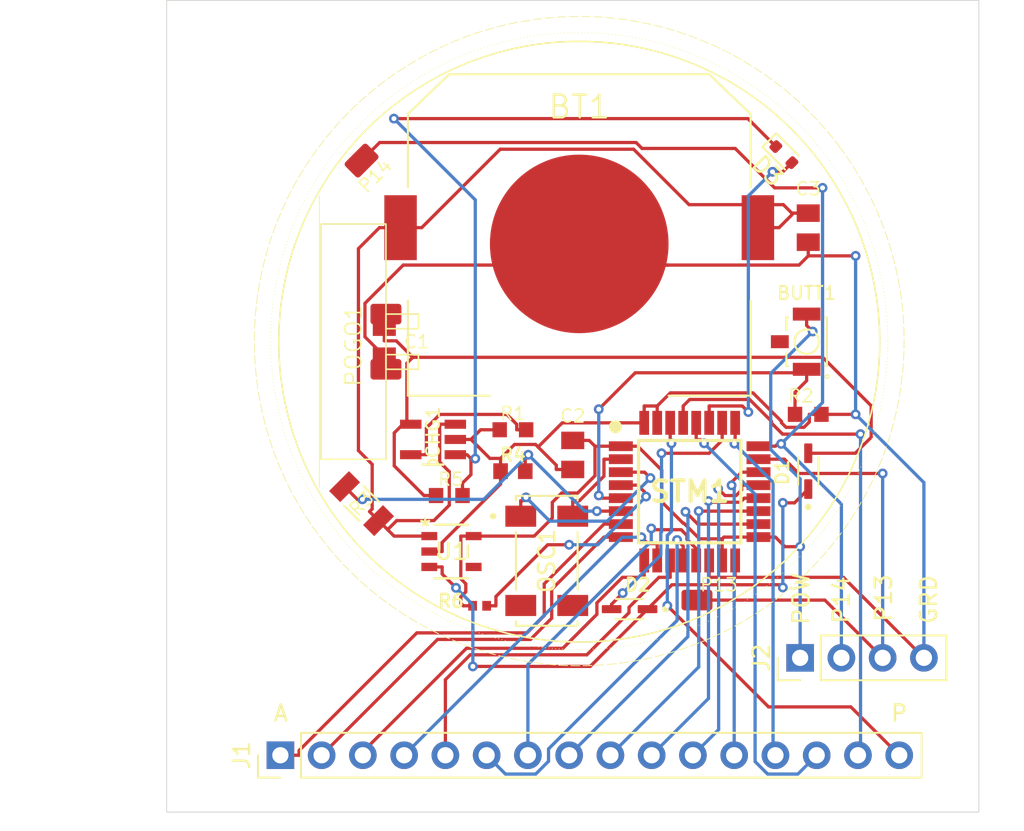
<source format=kicad_pcb>
(kicad_pcb (version 20241229) (generator "pcbnew") (generator_version "9.0")
  (layers (0 "F.Cu" signal) (2 "B.Cu" signal) (13 "F.Paste" user) (15 "B.Paste" user) (5 "F.SilkS" user "F.Silkscreen") (7 "B.SilkS" user "B.Silkscreen") (1 "F.Mask" user) (3 "B.Mask" user) (25 "Edge.Cuts" user))
  (net 0 "")
  (net 1 "Net-(CHG1-VBAT)")
  (net 2 "Net-(U1-EN)")
  (net 3 "F")
  (net 4 "B")
  (net 5 "A")
  (net 6 "N")
  (net 7 "O")
  (net 8 "D")
  (net 9 "E")
  (net 10 "H")
  (net 11 "L")
  (net 12 "J")
  (net 13 "C")
  (net 14 "G")
  (net 15 "M")
  (net 16 "K")
  (net 17 "I")
  (net 18 "P")
  (net 19 "Net-(CHG1-PROG)")
  (net 20 "Net-(STM1-PA0)")
  (net 21 "USB + ")
  (net 22 "STM_POW")
  (net 23 "Net-(STM1-PF0-OSC_IN)")
  (net 24 "Net-(CHG1-STAT)")
  (net 25 "Net-(STM1-PF1-OSC_OUT)")
  (net 27 "Net-(STM1-PB3)")
  (net 28 "Net-(STM1-PA1)")
  (net 30 "Net-(J2-Pin_2)")
  (net 31 "Net-(J2-Pin_3)")
  (net 32 "GNDREF")
  (net 35 "Net-(D3-A)")
  (net 36 "Net-(STM1-PG10-NRST)")
  (footprint "RN73H1JTTD5052F50:RN73H1JTTD5052F50" (layer "F.Cu") (at 194.8176 95.95 180)
    (property "Reference" "R1")
    (property "Value" "RN73H1JTTD5052F50")
  )
  (footprint "GRM21BC81E106ME51K:CAPC2012X140N" (layer "F.Cu") (at 198.5 97.5 -90)
    (property "Reference" "C2")
    (property "Value" "GRM21BC81E106ME51K")
  )
  (footprint "B3U_1100P:SW_B3U-1100P" (layer "F.Cu") (at 212.9 90.524 -90)
    (property "Reference" "BUTT1")
    (property "Value" "B3U-1100P")
  )
  (footprint "GRM21BC81E106ME51K:CAPC2012X140N" (layer "F.Cu") (at 213 83.5 -90)
    (property "Reference" "C3")
    (property "Value" "GRM21BC81E106ME51K")
  )
  (footprint "RC1206FR_07120KL:RC1206FR_07120KL" (layer "F.Cu") (at 185.5 100.5 135)
    (property "Reference" "R3")
    (property "Value" "RC1206FR-07120KL")
  )
  (footprint "STM32G431KBT6:QFP80P900X900X160-32N" (layer "F.Cu") (at 205.7 99.762)
    (property "Reference" "STM1")
    (property "Value" "STM32G431KBT6" (hide yes))
  )
  (footprint "WL-SMCC_0402:Untitled" (layer "F.Cu") (at 180 90.524)
    (property "Reference" "POGO1")
    (property "Value" "~")
  )
  (footprint "MC-306_32.7680K-E0_PURE_SN:MC-306_32.7680K-E0_PURE_SN" (layer "F.Cu") (at 196.9 104.024)
    (property "Reference" "OSC1")
    (property "Value" "MC-306_32.7680K-E0_PURE_SN")
  )
  (footprint "RMCF0603FT300K:RMCF0603FT300K" (layer "F.Cu") (at 194.8176 98.5 180)
    (property "Reference" "R4")
    (property "Value" "RMCF0603FT300K")
  )
  (footprint "BAS3010A03WE6327HTSA1:SOD2513X110N" (layer "F.Cu") (at 213 98.5 90)
    (property "Reference" "D1")
    (property "Value" "BAS3010A03WE6327HTSA1")
  )
  (footprint "GRM21BC81E106ME51K:CAPC2012X140N" (layer "F.Cu") (at 186.9 90.524 -90)
    (property "Reference" "C1")
    (property "Value" "GRM21BC81E106ME51K")
  )
  (footprint "Connector_PinHeader_2.54mm:PinHeader_1x16_P2.54mm_Vertical" (layer "F.Cu") (at 180.5 116 90)
    (property "Reference" "J1")
    (property "Value" "Conn_01x16")
  )
  (footprint "RN73H1JTTD5052F50:RN73H1JTTD5052F50" (layer "F.Cu") (at 190.9 100 180)
    (property "Reference" "R5")
    (property "Value" "RN73H1JTTD5052F50")
  )
  (footprint "TPS7A0230PDBVR:TPS7A0230PDBVR" (layer "F.Cu") (at 191.0348 103.45)
    (property "Reference" "U1")
    (property "Value" "TPS7A0230PDBVR")
  )
  (footprint "RN73H1JTTD5052F50:RN73H1JTTD5052F50" (layer "F.Cu") (at 213 95)
    (property "Reference" "R2")
    (property "Value" "RN73H1JTTD5052F50")
  )
  (footprint "BAT-HLD-003-SMT:BAT_BAT-HLD-003-SMT_CUT" (layer "F.Cu") (at 198.9 84.6)
    (property "Reference" "BT1")
    (property "Value" "BAT-HLD-003-SMT")
  )
  (footprint "Connector_PinHeader_2.54mm:PinHeader_1x04_P2.54mm_Vertical" (layer "F.Cu") (at 212.5 110 90)
    (property "Reference" "J2")
    (property "Value" "Conn_01x04")
  )
  (footprint "MCP73832T_2ACI_OT:SOT95P270X145-5N" (layer "F.Cu") (at 189.9 96.5467 180)
    (property "Reference" "CHG1")
    (property "Value" "MCP73832T-2ACI_OT")
  )
  (footprint "WL-SMCC_0402:PROGPAD" (layer "F.Cu") (at 185.1464 80.4271 45)
    (property "Reference" "P14")
    (property "Value" "~")
  )
  (footprint "WL-SMCC_0402:PROGPAD" (layer "F.Cu") (at 205.1488 106.9425)
    (property "Reference" "P13")
    (property "Value" "~")
  )
  (footprint "RC1005F103CS:RESC1005X40N" (layer "F.Cu") (at 192.7678 106.7937 180)
    (property "Reference" "R6")
    (property "Value" "RC1005F103CS")
  )
  (footprint "Diode_SMD:D_SOD-523" (layer "F.Cu") (at 211.5 79 -45)
    (property "Reference" "D3")
    (property "Value" "1N4148WT")
  )
  (footprint "BAS3010A03WE6327HTSA1:SOD2513X110N" (layer "F.Cu") (at 202 107 180)
    (property "Reference" "D2")
    (property "Value" "BAS3010A03WE6327HTSA1")
  )
  (gr_circle (center 198.9 90.4865) (end 217.9 90.4865) (stroke (width 0.05) (type dot)) (fill no) (layer "F.SilkS"))
  (gr_line (start 182.9 99.486565) (end 182.9 81.523877) (stroke (width 0.05)) (layer "F.SilkS"))
  (gr_circle (center 198.9 90.523965) (end 217.4 90.523965) (stroke (width 0.1)) (fill no) (layer "F.SilkS"))
  (gr_circle (center 198.9 90.4865) (end 214.9 78.4865) (stroke (width 0.05) (type dash)) (fill no) (layer "F.SilkS"))
  (gr_rect (start 173.5 69.5) (end 223.5 119.5) (stroke (width 0.05)) (fill no) (layer "Edge.Cuts"))
  (gr_text "GRD" (at 221 108 90) (layer "F.SilkS") (effects (font (size 1 1)) (justify left bottom)))
  (gr_text "A" (at 180 114 0) (layer "F.SilkS") (effects (font (size 1 1)) (justify left bottom)))
  (gr_text "P" (at 218 114 0) (layer "F.SilkS") (effects (font (size 1 1)) (justify left bottom)))
  (gr_text "P14" (at 215.618754 107.98161 90) (layer "F.SilkS") (effects (font (size 1 1)) (justify left bottom)))
  (gr_text "POW" (at 213.146794 108.049646 90) (layer "F.SilkS") (effects (font (size 1 1)) (justify left bottom)))
  (gr_text "P13" (at 218.226785 107.868218 90) (layer "F.SilkS") (effects (font (size 1 1)) (justify left bottom)))
  (segment (start 211.9883 82.605) (end 211.9883 82.7134) (width 0.2) (layer "F.Cu") (net 1))
  (segment (start 187.9 83.5) (end 186.5983 83.5) (width 0.2) (layer "F.Cu") (net 1))
  (segment (start 189.2017 83.5) (end 194.0353 78.6664) (width 0.2) (layer "F.Cu") (net 1))
  (segment (start 185.3066 84.7917) (end 186.5983 83.5) (width 0.2) (layer "F.Cu") (net 1))
  (segment (start 205.6618 82.0832) (end 211.468 82.0832) (width 0.2) (layer "F.Cu") (net 1))
  (segment (start 189.6696 102.5) (end 187.5 102.5) (width 0.2) (layer "F.Cu") (net 1))
  (segment (start 211.9898 82.605) (end 211.9883 82.605) (width 0.2) (layer "F.Cu") (net 1))
  (segment (start 187.5 102.5) (end 187.1028 102.1028) (width 0.2) (layer "F.Cu") (net 1))
  (segment (start 190.9 100.5962) (end 190.9 98.5293) (width 0.2) (layer "F.Cu") (net 1))
  (segment (start 213 82.605) (end 212.0892 82.605) (width 0.2) (layer "F.Cu") (net 1))
  (segment (start 186.1528 100.8276) (end 186.1528 98.0772) (width 0.2) (layer "F.Cu") (net 1))
  (segment (start 211.468 82.0832) (end 211.9898 82.605) (width 0.2) (layer "F.Cu") (net 1))
  (segment (start 211.9883 82.7134) (end 211.2017 83.5) (width 0.2) (layer "F.Cu") (net 1))
  (segment (start 186.5465 101.5465) (end 187.1028 102.1028) (width 0.2) (layer "F.Cu") (net 1))
  (segment (start 209.9 83.5) (end 211.2017 83.5) (width 0.2) (layer "F.Cu") (net 1))
  (segment (start 186.5465 101.5465) (end 185.9902 100.9902) (width 0.2) (layer "F.Cu") (net 1))
  (segment (start 189.9497 101.5465) (end 190.9 100.5962) (width 0.2) (layer "F.Cu") (net 1))
  (segment (start 191.2716 95.6069) (end 190.3095 95.6069) (width 0.2) (layer "F.Cu") (net 1))
  (segment (start 188.5509 83.5) (end 187.9 83.5) (width 0.2) (layer "F.Cu") (net 1))
  (segment (start 185.3066 97.231) (end 185.3066 84.7917) (width 0.2) (layer "F.Cu") (net 1))
  (segment (start 194.0353 78.6664) (end 202.245 78.6664) (width 0.2) (layer "F.Cu") (net 1))
  (segment (start 190.3095 97.9388) (end 190.3095 95.6069) (width 0.2) (layer "F.Cu") (net 1))
  (segment (start 190.9 98.5293) (end 190.3095 97.9388) (width 0.2) (layer "F.Cu") (net 1))
  (segment (start 185.9902 100.9902) (end 186.1528 100.8276) (width 0.2) (layer "F.Cu") (net 1))
  (segment (start 187.6591 101.5465) (end 189.9497 101.5465) (width 0.2) (layer "F.Cu") (net 1))
  (segment (start 212.0892 82.605) (end 211.9898 82.605) (width 0.2) (layer "F.Cu") (net 1))
  (segment (start 202.245 78.6664) (end 205.6618 82.0832) (width 0.2) (layer "F.Cu") (net 1))
  (segment (start 188.5509 83.5) (end 189.2017 83.5) (width 0.2) (layer "F.Cu") (net 1))
  (segment (start 186.1528 98.0772) (end 185.3066 97.231) (width 0.2) (layer "F.Cu") (net 1))
  (segment (start 187.1028 102.1028) (end 187.6591 101.5465) (width 0.2) (layer "F.Cu") (net 1))
  (segment (start 213 99.605) (end 212.1534 100.4516) (width 0.2) (layer "F.Cu") (net 2))
  (segment (start 190.4603 104.8335) (end 191.3138 105.687) (width 0.2) (layer "F.Cu") (net 2))
  (segment (start 190.4603 104.4) (end 190.4603 104.8335) (width 0.2) (layer "F.Cu") (net 2))
  (segment (start 204.6076 105.4974) (end 211.2661 105.4974) (width 0.2) (layer "F.Cu") (net 2))
  (segment (start 203.105 107) (end 204.6076 105.4974) (width 0.2) (layer "F.Cu") (net 2))
  (segment (start 192.3513 110.528) (end 199.577 110.528) (width 0.2) (layer "F.Cu") (net 2))
  (segment (start 199.577 110.528) (end 203.105 107) (width 0.2) (layer "F.Cu") (net 2))
  (segment (start 211.2661 105.4974) (end 211.4345 105.6658) (width 0.2) (layer "F.Cu") (net 2))
  (segment (start 189.6696 104.4) (end 190.4603 104.4) (width 0.2) (layer "F.Cu") (net 2))
  (segment (start 212.1534 100.4516) (end 211.4345 100.4516) (width 0.2) (layer "F.Cu") (net 2))
  (via (at 211.4345 100.4516) (size 0.6) (drill 0.3) (layers "F.Cu" "B.Cu") (net 2))
  (via (at 192.3513 110.528) (size 0.6) (drill 0.3) (layers "F.Cu" "B.Cu") (net 2))
  (via (at 191.3138 105.687) (size 0.6) (drill 0.3) (layers "F.Cu" "B.Cu") (net 2))
  (via (at 211.4345 105.6658) (size 0.6) (drill 0.3) (layers "F.Cu" "B.Cu") (net 2))
  (segment (start 191.3138 105.687) (end 192.3513 106.7245) (width 0.2) (layer "B.Cu") (net 2))
  (segment (start 211.4345 105.6658) (end 211.4345 100.4516) (width 0.2) (layer "B.Cu") (net 2))
  (segment (start 192.3513 106.7245) (end 192.3513 110.528) (width 0.2) (layer "B.Cu") (net 2))
  (segment (start 205.3 103.1139) (end 204.9259 102.7398) (width 0.2) (layer "F.Cu") (net 3))
  (segment (start 205.3 104) (end 205.3 103.1139) (width 0.2) (layer "F.Cu") (net 3))
  (via (at 204.9259 102.7398) (size 0.6) (drill 0.3) (layers "F.Cu" "B.Cu") (net 3))
  (segment (start 193.2 116) (end 194.3589 117.1589) (width 0.2) (layer "B.Cu") (net 3))
  (segment (start 197.01 115.6103) (end 204.9259 107.6944) (width 0.2) (layer "B.Cu") (net 3))
  (segment (start 194.3589 117.1589) (end 196.2219 117.1589) (width 0.2) (layer "B.Cu") (net 3))
  (segment (start 204.9259 107.6944) (end 204.9259 102.7398) (width 0.2) (layer "B.Cu") (net 3))
  (segment (start 196.2219 117.1589) (end 197.01 116.3708) (width 0.2) (layer "B.Cu") (net 3))
  (segment (start 197.01 116.3708) (end 197.01 115.6103) (width 0.2) (layer "B.Cu") (net 3))
  (segment (start 201.462 102.562) (end 200.4228 102.562) (width 0.2) (layer "F.Cu") (net 4))
  (segment (start 190.1759 108.8641) (end 183.04 116) (width 0.2) (layer "F.Cu") (net 4))
  (segment (start 195.9007 108.8641) (end 190.1759 108.8641) (width 0.2) (layer "F.Cu") (net 4))
  (segment (start 197.2051 105.7797) (end 197.2051 107.5597) (width 0.2) (layer "F.Cu") (net 4))
  (segment (start 197.2051 107.5597) (end 195.9007 108.8641) (width 0.2) (layer "F.Cu") (net 4))
  (segment (start 200.4228 102.562) (end 197.2051 105.7797) (width 0.2) (layer "F.Cu") (net 4))
  (segment (start 181.6517 115.7121) (end 188.9014 108.4624) (width 0.2) (layer "F.Cu") (net 5))
  (segment (start 196.745 105.4398) (end 200.4228 101.762) (width 0.2) (layer "F.Cu") (net 5))
  (segment (start 196.745 107.4032) (end 196.745 105.4398) (width 0.2) (layer "F.Cu") (net 5))
  (segment (start 181.6517 116) (end 181.6517 115.7121) (width 0.2) (layer "F.Cu") (net 5))
  (segment (start 195.6858 108.4624) (end 196.745 107.4032) (width 0.2) (layer "F.Cu") (net 5))
  (segment (start 201.462 101.762) (end 200.4228 101.762) (width 0.2) (layer "F.Cu") (net 5))
  (segment (start 180.5 116) (end 181.6517 116) (width 0.2) (layer "F.Cu") (net 5))
  (segment (start 188.9014 108.4624) (end 195.6858 108.4624) (width 0.2) (layer "F.Cu") (net 5))
  (segment (start 206.3682 96.5632) (end 206.5894 96.7844) (width 0.2) (layer "F.Cu") (net 6))
  (segment (start 206.1 95.524) (end 206.1 96.5632) (width 0.2) (layer "F.Cu") (net 6))
  (segment (start 206.1 96.5632) (end 206.3682 96.5632) (width 0.2) (layer "F.Cu") (net 6))
  (via (at 206.5894 96.7844) (size 0.6) (drill 0.3) (layers "F.Cu" "B.Cu") (net 6))
  (segment (start 210.4981 117.1589) (end 209.7267 116.3875) (width 0.2) (layer "B.Cu") (net 6))
  (segment (start 209.7267 99.9217) (end 206.5894 96.7844) (width 0.2) (layer "B.Cu") (net 6))
  (segment (start 213.52 116) (end 212.3611 117.1589) (width 0.2) (layer "B.Cu") (net 6))
  (segment (start 212.3611 117.1589) (end 210.4981 117.1589) (width 0.2) (layer "B.Cu") (net 6))
  (segment (start 209.7267 116.3875) (end 209.7267 99.9217) (width 0.2) (layer "B.Cu") (net 6))
  (segment (start 210.7348 95.5345) (end 210.7348 95.431) (width 0.2) (layer "F.Cu") (net 7))
  (segment (start 216.2185 96.2187) (end 211.419 96.2187) (width 0.2) (layer "F.Cu") (net 7))
  (segment (start 205.7017 94.0831) (end 205.3 94.4848) (width 0.2) (layer "F.Cu") (net 7))
  (segment (start 209.3869 94.0831) (end 205.7017 94.0831) (width 0.2) (layer "F.Cu") (net 7))
  (segment (start 210.7348 95.431) (end 209.3869 94.0831) (width 0.2) (layer "F.Cu") (net 7))
  (segment (start 211.419 96.2187) (end 210.7348 95.5345) (width 0.2) (layer "F.Cu") (net 7))
  (segment (start 205.3 95.524) (end 205.3 94.4848) (width 0.2) (layer "F.Cu") (net 7))
  (via (at 216.2185 96.2187) (size 0.6) (drill 0.3) (layers "F.Cu" "B.Cu") (net 7))
  (segment (start 216.2185 115.8415) (end 216.2185 96.2187) (width 0.2) (layer "B.Cu") (net 7))
  (segment (start 216.06 116) (end 216.2185 115.8415) (width 0.2) (layer "B.Cu") (net 7))
  (segment (start 203.7 104) (end 203.7 102.9608) (width 0.2) (layer "F.Cu") (net 8))
  (segment (start 203.7 102.9608) (end 203.1167 102.9608) (width 0.2) (layer "F.Cu") (net 8))
  (segment (start 203.1167 102.9608) (end 202.727 102.5711) (width 0.2) (layer "F.Cu") (net 8))
  (via (at 202.727 102.5711) (size 0.6) (drill 0.3) (layers "F.Cu" "B.Cu") (net 8))
  (segment (start 188.12 116) (end 201.5489 102.5711) (width 0.2) (layer "B.Cu") (net 8))
  (segment (start 201.5489 102.5711) (end 202.727 102.5711) (width 0.2) (layer "B.Cu") (net 8))
  (segment (start 201.9651 107.2168) (end 199.3685 109.8134) (width 0.2) (layer "F.Cu") (net 9))
  (segment (start 203.8092 105.0392) (end 201.9651 106.8833) (width 0.2) (layer "F.Cu") (net 9))
  (segment (start 192.1907 109.8134) (end 190.66 111.3441) (width 0.2) (layer "F.Cu") (net 9))
  (segment (start 201.9651 106.8833) (end 201.9651 107.2168) (width 0.2) (layer "F.Cu") (net 9))
  (segment (start 204.5 104) (end 204.5 105.0392) (width 0.2) (layer "F.Cu") (net 9))
  (segment (start 204.5 105.0392) (end 203.8092 105.0392) (width 0.2) (layer "F.Cu") (net 9))
  (segment (start 199.3685 109.8134) (end 192.1907 109.8134) (width 0.2) (layer "F.Cu") (net 9))
  (segment (start 190.66 111.3441) (end 190.66 116) (width 0.2) (layer "F.Cu") (net 9))
  (segment (start 206.2002 101.762) (end 209.938 101.762) (width 0.2) (layer "F.Cu") (net 10))
  (segment (start 205.4404 101.0022) (end 206.2002 101.762) (width 0.2) (layer "F.Cu") (net 10))
  (via (at 205.4404 101.0022) (size 0.6) (drill 0.3) (layers "F.Cu" "B.Cu") (net 10))
  (segment (start 205.591 108.689) (end 205.591 101.1528) (width 0.2) (layer "B.Cu") (net 10))
  (segment (start 205.591 101.1528) (end 205.4404 101.0022) (width 0.2) (layer "B.Cu") (net 10))
  (segment (start 198.28 116) (end 205.591 108.689) (width 0.2) (layer "B.Cu") (net 10))
  (segment (start 208.2794 99.1814) (end 208.2794 99.3726) (width 0.2) (layer "F.Cu") (net 11))
  (segment (start 209.938 98.562) (end 208.8988 98.562) (width 0.2) (layer "F.Cu") (net 11))
  (segment (start 208.8988 98.562) (end 208.2794 99.1814) (width 0.2) (layer "F.Cu") (net 11))
  (via (at 208.2794 99.3726) (size 0.6) (drill 0.3) (layers "F.Cu" "B.Cu") (net 11))
  (segment (start 208.44 116) (end 208.44 99.5332) (width 0.2) (layer "B.Cu") (net 11))
  (segment (start 208.44 99.5332) (end 208.2794 99.3726) (width 0.2) (layer "B.Cu") (net 11))
  (segment (start 206.9321 100.4131) (end 206.8585 100.3395) (width 0.2) (layer "F.Cu") (net 12))
  (segment (start 208.8148 100.4131) (end 206.9321 100.4131) (width 0.2) (layer "F.Cu") (net 12))
  (segment (start 209.938 100.162) (end 209.0659 100.162) (width 0.2) (layer "F.Cu") (net 12))
  (segment (start 209.0659 100.162) (end 208.8148 100.4131) (width 0.2) (layer "F.Cu") (net 12))
  (via (at 206.8585 100.3395) (size 0.6) (drill 0.3) (layers "F.Cu" "B.Cu") (net 12))
  (segment (start 206.8585 112.5015) (end 203.36 116) (width 0.2) (layer "B.Cu") (net 12))
  (segment (start 206.8585 100.3395) (end 206.8585 112.5015) (width 0.2) (layer "B.Cu") (net 12))
  (segment (start 199.9878 107.3158) (end 197.8919 109.4117) (width 0.2) (layer "F.Cu") (net 13))
  (segment (start 202.9 105.0392) (end 201.5637 105.0392) (width 0.2) (layer "F.Cu") (net 13))
  (segment (start 197.8919 109.4117) (end 191.9553 109.4117) (width 0.2) (layer "F.Cu") (net 13))
  (segment (start 201.5637 105.0392) (end 199.9878 106.6151) (width 0.2) (layer "F.Cu") (net 13))
  (segment (start 185.58 115.787) (end 185.58 116) (width 0.2) (layer "F.Cu") (net 13))
  (segment (start 191.9553 109.4117) (end 185.58 115.787) (width 0.2) (layer "F.Cu") (net 13))
  (segment (start 199.9878 106.6151) (end 199.9878 107.3158) (width 0.2) (layer "F.Cu") (net 13))
  (segment (start 202.9 104) (end 202.9 105.0392) (width 0.2) (layer "F.Cu") (net 13))
  (segment (start 203.4125 102.1065) (end 203.3345 102.0285) (width 0.2) (layer "F.Cu") (net 14))
  (segment (start 206.1 103.2673) (end 205.5276 102.6949) (width 0.2) (layer "F.Cu") (net 14))
  (segment (start 205.5276 102.6949) (end 205.5276 102.459) (width 0.2) (layer "F.Cu") (net 14))
  (segment (start 205.1751 102.1065) (end 203.4125 102.1065) (width 0.2) (layer "F.Cu") (net 14))
  (segment (start 206.1 104) (end 206.1 103.2673) (width 0.2) (layer "F.Cu") (net 14))
  (segment (start 205.5276 102.459) (end 205.1751 102.1065) (width 0.2) (layer "F.Cu") (net 14))
  (via (at 203.3345 102.0285) (size 0.6) (drill 0.3) (layers "F.Cu" "B.Cu") (net 14))
  (segment (start 203.3345 102.8151) (end 203.3345 102.0285) (width 0.2) (layer "B.Cu") (net 14))
  (segment (start 195.74 110.4096) (end 203.3345 102.8151) (width 0.2) (layer "B.Cu") (net 14))
  (segment (start 195.74 116) (end 195.74 110.4096) (width 0.2) (layer "B.Cu") (net 14))
  (segment (start 208.5 95.524) (end 208.5 96.7576) (width 0.2) (layer "F.Cu") (net 15))
  (segment (start 208.5 96.7576) (end 208.4539 96.8037) (width 0.2) (layer "F.Cu") (net 15))
  (via (at 208.4539 96.8037) (size 0.6) (drill 0.3) (layers "F.Cu" "B.Cu") (net 15))
  (segment (start 210.98 116) (end 210.8328 115.8528) (width 0.2) (layer "B.Cu") (net 15))
  (segment (start 210.8328 115.8528) (end 210.8328 99.1826) (width 0.2) (layer "B.Cu") (net 15))
  (segment (start 210.8328 99.1826) (end 208.4539 96.8037) (width 0.2) (layer "B.Cu") (net 15))
  (segment (start 208.5575 100.0022) (end 208.8988 99.6609) (width 0.2) (layer "F.Cu") (net 16))
  (segment (start 208.8988 99.6609) (end 208.8988 99.362) (width 0.2) (layer "F.Cu") (net 16))
  (segment (start 207.8698 100.0022) (end 208.5575 100.0022) (width 0.2) (layer "F.Cu") (net 16))
  (segment (start 209.938 99.362) (end 208.8988 99.362) (width 0.2) (layer "F.Cu") (net 16))
  (segment (start 207.4494 99.5818) (end 207.8698 100.0022) (width 0.2) (layer "F.Cu") (net 16))
  (via (at 207.4494 99.5818) (size 0.6) (drill 0.3) (layers "F.Cu" "B.Cu") (net 16))
  (segment (start 207.4825 114.4175) (end 207.4825 99.6149) (width 0.2) (layer "B.Cu") (net 16))
  (segment (start 205.9 116) (end 207.4825 114.4175) (width 0.2) (layer "B.Cu") (net 16))
  (segment (start 207.4825 99.6149) (end 207.4494 99.5818) (width 0.2) (layer "B.Cu") (net 16))
  (segment (start 206.2567 100.962) (end 209.938 100.962) (width 0.2) (layer "F.Cu") (net 17))
  (via (at 206.2567 100.962) (size 0.6) (drill 0.3) (layers "F.Cu" "B.Cu") (net 17))
  (segment (start 206.2567 110.5633) (end 206.2567 100.962) (width 0.2) (layer "B.Cu") (net 17))
  (segment (start 200.82 116) (end 206.2567 110.5633) (width 0.2) (layer "B.Cu") (net 17))
  (segment (start 204.5 96.709) (end 204.5773 96.7863) (width 0.2) (layer "F.Cu") (net 18))
  (segment (start 210.5572 113.022) (end 204.3242 106.789) (width 0.2) (layer "F.Cu") (net 18))
  (segment (start 204.5 95.524) (end 204.5 96.709) (width 0.2) (layer "F.Cu") (net 18))
  (segment (start 218.6 116) (end 215.622 113.022) (width 0.2) (layer "F.Cu") (net 18))
  (segment (start 215.622 113.022) (end 210.5572 113.022) (width 0.2) (layer "F.Cu") (net 18))
  (via (at 204.5773 96.7863) (size 0.6) (drill 0.3) (layers "F.Cu" "B.Cu") (net 18))
  (via (at 204.3242 106.789) (size 0.6) (drill 0.3) (layers "F.Cu" "B.Cu") (net 18))
  (segment (start 204.5773 102.206) (end 204.3242 102.4591) (width 0.2) (layer "B.Cu") (net 18))
  (segment (start 204.5773 96.7863) (end 204.5773 102.206) (width 0.2) (layer "B.Cu") (net 18))
  (segment (start 204.3242 102.4591) (end 204.3242 106.789) (width 0.2) (layer "B.Cu") (net 18))
  (segment (start 195.0512 95.6146) (end 195.0512 95.95) (width 0.2) (layer "F.Cu") (net 19))
  (segment (start 190.319 95.0041) (end 194.4407 95.0041) (width 0.2) (layer "F.Cu") (net 19))
  (segment (start 194.4407 95.0041) (end 195.0512 95.6146) (width 0.2) (layer "F.Cu") (net 19))
  (segment (start 188.5284 97.4865) (end 189.4905 97.4865) (width 0.2) (layer "F.Cu") (net 19))
  (segment (start 189.4905 95.8326) (end 190.319 95.0041) (width 0.2) (layer "F.Cu") (net 19))
  (segment (start 189.4905 97.4865) (end 189.4905 95.8326) (width 0.2) (layer "F.Cu") (net 19))
  (segment (start 195.6316 95.95) (end 195.0512 95.95) (width 0.2) (layer "F.Cu") (net 19))
  (segment (start 212.186 94.2333) (end 212.186 93.6397) (width 0.2) (layer "F.Cu") (net 20))
  (segment (start 200.2647 100.162) (end 200.1014 99.9987) (width 0.2) (layer "F.Cu") (net 20))
  (segment (start 202.3463 92.4401) (end 200.1014 94.685) (width 0.2) (layer "F.Cu") (net 20))
  (segment (start 212.9 92.224) (end 212.9 92.4401) (width 0.2) (layer "F.Cu") (net 20))
  (segment (start 212.9 92.4401) (end 212.9 92.9257) (width 0.2) (layer "F.Cu") (net 20))
  (segment (start 212.9 92.4401) (end 202.3463 92.4401) (width 0.2) (layer "F.Cu") (net 20))
  (segment (start 212.186 93.6397) (end 212.9 92.9257) (width 0.2) (layer "F.Cu") (net 20))
  (segment (start 212.186 95) (end 212.186 94.2333) (width 0.2) (layer "F.Cu") (net 20))
  (segment (start 201.462 100.162) (end 200.2647 100.162) (width 0.2) (layer "F.Cu") (net 20))
  (via (at 200.1014 94.685) (size 0.6) (drill 0.3) (layers "F.Cu" "B.Cu") (net 20))
  (via (at 200.1014 99.9987) (size 0.6) (drill 0.3) (layers "F.Cu" "B.Cu") (net 20))
  (segment (start 200.1014 94.685) (end 200.1014 99.9987) (width 0.2) (layer "B.Cu") (net 20))
  (segment (start 188.2879 95.6069) (end 188.2879 91.8509) (width 0.2) (layer "F.Cu") (net 21))
  (segment (start 216.8732 94.4702) (end 213.8895 91.4865) (width 0.2) (layer "F.Cu") (net 21))
  (segment (start 213 97.395) (end 215.8947 97.395) (width 0.2) (layer "F.Cu") (net 21))
  (segment (start 188.2879 95.6069) (end 188.0474 95.6069) (width 0.2) (layer "F.Cu") (net 21))
  (segment (start 215.8947 97.395) (end 216.8732 96.4165) (width 0.2) (layer "F.Cu") (net 21))
  (segment (start 187 88.824) (end 186.9 88.924) (width 0.2) (layer "F.Cu") (net 21))
  (segment (start 187.5117 98.1724) (end 189.3393 100) (width 0.2) (layer "F.Cu") (net 21))
  (segment (start 188.0474 95.6069) (end 187.5117 96.1426) (width 0.2) (layer "F.Cu") (net 21))
  (segment (start 188.6523 91.4865) (end 187.6365 90.4707) (width 0.2) (layer "F.Cu") (net 21))
  (segment (start 188.2879 91.8509) (end 188.6523 91.4865) (width 0.2) (layer "F.Cu") (net 21))
  (segment (start 188.5284 95.6069) (end 188.2879 95.6069) (width 0.2) (layer "F.Cu") (net 21))
  (segment (start 216.8732 96.4165) (end 216.8732 94.4702) (width 0.2) (layer "F.Cu") (net 21))
  (segment (start 187.6365 90.4707) (end 186.9 90.4707) (width 0.2) (layer "F.Cu") (net 21))
  (segment (start 186.9 89.629) (end 186.9 90.4707) (width 0.2) (layer "F.Cu") (net 21))
  (segment (start 186.9 88.924) (end 186.9 89.629) (width 0.2) (layer "F.Cu") (net 21))
  (segment (start 190.086 100) (end 189.3393 100) (width 0.2) (layer "F.Cu") (net 21))
  (segment (start 187.5117 96.1426) (end 187.5117 98.1724) (width 0.2) (layer "F.Cu") (net 21))
  (segment (start 213.8895 91.4865) (end 188.6523 91.4865) (width 0.2) (layer "F.Cu") (net 21))
  (segment (start 207.7 102.6697) (end 207.7 102.9608) (width 0.2) (layer "F.Cu") (net 22))
  (segment (start 201.462 96.962) (end 199.8687 96.962) (width 0.2) (layer "F.Cu") (net 22))
  (segment (start 203.9819 100.3945) (end 203.9819 98.4427) (width 0.2) (layer "F.Cu") (net 22))
  (segment (start 209.938 102.562) (end 207.8077 102.562) (width 0.2) (layer "F.Cu") (net 22))
  (segment (start 192.3358 106.7937) (end 191.7641 106.7937) (width 0.2) (layer "F.Cu") (net 22))
  (segment (start 199.8687 98.7831) (end 198.8074 99.8444) (width 0.2) (layer "F.Cu") (net 22))
  (segment (start 201.981 96.962) (end 202.5012 96.962) (width 0.2) (layer "F.Cu") (net 22))
  (segment (start 207.7 102.6697) (end 206.3063 102.6697) (width 0.2) (layer "F.Cu") (net 22))
  (segment (start 198.8074 99.8444) (end 197.8197 99.8444) (width 0.2) (layer "F.Cu") (net 22))
  (segment (start 203.9819 98.4427) (end 202.5012 96.962) (width 0.2) (layer "F.Cu") (net 22))
  (segment (start 197.2432 100.4209) (end 197.2432 101.3819) (width 0.2) (layer "F.Cu") (net 22))
  (segment (start 207.7 104) (end 207.7 102.9608) (width 0.2) (layer "F.Cu") (net 22))
  (segment (start 199.8687 96.962) (end 199.8687 98.7831) (width 0.2) (layer "F.Cu") (net 22))
  (segment (start 192.4001 102.5) (end 191.6095 102.5) (width 0.2) (layer "F.Cu") (net 22))
  (segment (start 198.905 96.605) (end 199.5117 96.605) (width 0.2) (layer "F.Cu") (net 22))
  (segment (start 191.6095 106.6391) (end 191.6095 106.2422) (width 0.2) (layer "F.Cu") (net 22))
  (segment (start 199.8687 96.962) (end 199.5117 96.605) (width 0.2) (layer "F.Cu") (net 22))
  (segment (start 197.8197 99.8444) (end 197.2432 100.4209) (width 0.2) (layer "F.Cu") (net 22))
  (segment (start 205.3414 101.7048) (end 205.2922 101.7048) (width 0.2) (layer "F.Cu") (net 22))
  (segment (start 213.271 89.8967) (end 212.9 89.5257) (width 0.2) (layer "F.Cu") (net 22))
  (segment (start 212.9 88.824) (end 212.9 89.5257) (width 0.2) (layer "F.Cu") (net 22))
  (segment (start 191.7641 106.7937) (end 191.6095 106.6391) (width 0.2) (layer "F.Cu") (net 22))
  (segment (start 191.6095 106.2422) (end 191.9155 105.9362) (width 0.2) (layer "F.Cu") (net 22))
  (segment (start 201.981 96.962) (end 201.462 96.962) (width 0.2) (layer "F.Cu") (net 22))
  (segment (start 196.1251 102.5) (end 192.4001 102.5) (width 0.2) (layer "F.Cu") (net 22))
  (segment (start 198.905 96.605) (end 198.5 96.605) (width 0.2) (layer "F.Cu") (net 22))
  (segment (start 206.3063 102.6697) (end 205.3414 101.7048) (width 0.2) (layer "F.Cu") (net 22))
  (segment (start 210.9772 102.562) (end 211.5672 103.152) (width 0.2) (layer "F.Cu") (net 22))
  (segment (start 211.5672 103.152) (end 212.5 103.152) (width 0.2) (layer "F.Cu") (net 22))
  (segment (start 191.9155 105.9362) (end 191.9155 105.4378) (width 0.2) (layer "F.Cu") (net 22))
  (segment (start 191.6095 105.1318) (end 191.6095 102.5) (width 0.2) (layer "F.Cu") (net 22))
  (segment (start 191.9155 105.4378) (end 191.6095 105.1318) (width 0.2) (layer "F.Cu") (net 22))
  (segment (start 209.938 102.562) (end 210.9772 102.562) (width 0.2) (layer "F.Cu") (net 22))
  (segment (start 207.8077 102.562) (end 207.7 102.6697) (width 0.2) (layer "F.Cu") (net 22))
  (segment (start 197.2432 101.3819) (end 196.1251 102.5) (width 0.2) (layer "F.Cu") (net 22))
  (segment (start 205.2922 101.7048) (end 203.9819 100.3945) (width 0.2) (layer "F.Cu") (net 22))
  (via (at 213.271 89.8967) (size 0.6) (drill 0.3) (layers "F.Cu" "B.Cu") (net 22))
  (via (at 212.5 103.152) (size 0.6) (drill 0.3) (layers "F.Cu" "B.Cu") (net 22))
  (segment (start 210.6896 97.1695) (end 210.6896 92.4781) (width 0.2) (layer "B.Cu") (net 22))
  (segment (start 210.6896 92.4781) (end 213.271 89.8967) (width 0.2) (layer "B.Cu") (net 22))
  (segment (start 212.5 103.152) (end 212.5 98.9799) (width 0.2) (layer "B.Cu") (net 22))
  (segment (start 212.5 98.9799) (end 210.6896 97.1695) (width 0.2) (layer "B.Cu") (net 22))
  (segment (start 212.5 110) (end 212.5 103.152) (width 0.2) (layer "B.Cu") (net 22))
  (segment (start 198.5 101.274) (end 198.5 100.3223) (width 0.2) (layer "F.Cu") (net 23))
  (segment (start 198.9084 100.3223) (end 200.4228 98.8079) (width 0.2) (layer "F.Cu") (net 23))
  (segment (start 201.462 97.762) (end 200.4228 97.762) (width 0.2) (layer "F.Cu") (net 23))
  (segment (start 200.4228 98.8079) (end 200.4228 97.762) (width 0.2) (layer "F.Cu") (net 23))
  (segment (start 198.5 100.3223) (end 198.9084 100.3223) (width 0.2) (layer "F.Cu") (net 23))
  (segment (start 191.714 100) (end 191.714 99.2333) (width 0.2) (layer "F.Cu") (net 24))
  (segment (start 191.9932 97.4865) (end 192.2337 97.727) (width 0.2) (layer "F.Cu") (net 24))
  (segment (start 192.2337 98.7136) (end 191.714 99.2333) (width 0.2) (layer "F.Cu") (net 24))
  (segment (start 192.2337 97.727) (end 192.5001 97.727) (width 0.2) (layer "F.Cu") (net 24))
  (segment (start 187.4935 76.7815) (end 209.2815 76.7815) (width 0.2) (layer "F.Cu") (net 24))
  (segment (start 191.7527 97.4865) (end 191.2716 97.4865) (width 0.2) (layer "F.Cu") (net 24))
  (segment (start 192.2337 97.727) (end 192.2337 98.7136) (width 0.2) (layer "F.Cu") (net 24))
  (segment (start 209.2815 76.7815) (end 211.005 78.505) (width 0.2) (layer "F.Cu") (net 24))
  (segment (start 191.7527 97.4865) (end 191.9932 97.4865) (width 0.2) (layer "F.Cu") (net 24))
  (via (at 187.4935 76.7815) (size 0.6) (drill 0.3) (layers "F.Cu" "B.Cu") (net 24))
  (via (at 192.5001 97.727) (size 0.6) (drill 0.3) (layers "F.Cu" "B.Cu") (net 24))
  (segment (start 192.5001 81.7881) (end 192.5001 97.727) (width 0.2) (layer "B.Cu") (net 24))
  (segment (start 187.4935 76.7815) (end 192.5001 81.7881) (width 0.2) (layer "B.Cu") (net 24))
  (segment (start 202.9175 98.562) (end 203.2806 98.9251) (width 0.2) (layer "F.Cu") (net 25))
  (segment (start 195.3 101.274) (end 195.3 100.3223) (width 0.2) (layer "F.Cu") (net 25))
  (segment (start 201.462 98.562) (end 202.5012 98.562) (width 0.2) (layer "F.Cu") (net 25))
  (segment (start 202.5012 98.562) (end 202.9175 98.562) (width 0.2) (layer "F.Cu") (net 25))
  (segment (start 195.4152 100.3223) (end 195.6225 100.115) (width 0.2) (layer "F.Cu") (net 25))
  (segment (start 195.3 100.3223) (end 195.4152 100.3223) (width 0.2) (layer "F.Cu") (net 25))
  (via (at 203.2806 98.9251) (size 0.6) (drill 0.3) (layers "F.Cu" "B.Cu") (net 25))
  (via (at 195.6225 100.115) (size 0.6) (drill 0.3) (layers "F.Cu" "B.Cu") (net 25))
  (segment (start 203.2806 98.9251) (end 200.6272 101.5785) (width 0.2) (layer "B.Cu") (net 25))
  (segment (start 197.086 101.5785) (end 195.6225 100.115) (width 0.2) (layer "B.Cu") (net 25))
  (segment (start 200.6272 101.5785) (end 197.086 101.5785) (width 0.2) (layer "B.Cu") (net 25))
  (segment (start 207.7 96.5934) (end 206.896 97.3974) (width 0.2) (layer "F.Cu") (net 27))
  (segment (start 200.895 106.6946) (end 200.895 107) (width 0.2) (layer "F.Cu") (net 27))
  (segment (start 207.7 95.524) (end 207.7 96.5934) (width 0.2) (layer "F.Cu") (net 27))
  (segment (start 201.577 106.0126) (end 200.895 106.6946) (width 0.2) (layer "F.Cu") (net 27))
  (segment (start 206.896 97.3974) (end 203.9648 97.3974) (width 0.2) (layer "F.Cu") (net 27))
  (via (at 203.9648 97.3974) (size 0.6) (drill 0.3) (layers "F.Cu" "B.Cu") (net 27))
  (via (at 201.577 106.0126) (size 0.6) (drill 0.3) (layers "F.Cu" "B.Cu") (net 27))
  (segment (start 203.9648 102.2505) (end 203.9648 97.3974) (width 0.2) (layer "B.Cu") (net 27))
  (segment (start 201.577 106.0126) (end 203.9225 103.6671) (width 0.2) (layer "B.Cu") (net 27))
  (segment (start 203.9225 102.2928) (end 203.9648 102.2505) (width 0.2) (layer "B.Cu") (net 27))
  (segment (start 203.9225 103.6671) (end 203.9225 102.2928) (width 0.2) (layer "B.Cu") (net 27))
  (segment (start 195.5776 98.5) (end 195.5776 97.7133) (width 0.2) (layer "F.Cu") (net 28))
  (segment (start 201.462 100.962) (end 199.9862 100.962) (width 0.2) (layer "F.Cu") (net 28))
  (segment (start 195.5776 97.7133) (end 195.7658 97.5251) (width 0.2) (layer "F.Cu") (net 28))
  (segment (start 195.7658 97.5251) (end 195.7658 97.4892) (width 0.2) (layer "F.Cu") (net 28))
  (segment (start 185.2355 100.2355) (end 184.4535 99.4535) (width 0.2) (layer "F.Cu") (net 28))
  (segment (start 185.5511 100.2355) (end 185.2355 100.2355) (width 0.2) (layer "F.Cu") (net 28))
  (via (at 199.9862 100.962) (size 0.6) (drill 0.3) (layers "F.Cu" "B.Cu") (net 28))
  (via (at 185.5511 100.2355) (size 0.6) (drill 0.3) (layers "F.Cu" "B.Cu") (net 28))
  (via (at 195.7658 97.4892) (size 0.6) (drill 0.3) (layers "F.Cu" "B.Cu") (net 28))
  (segment (start 199.2386 100.962) (end 195.7658 97.4892) (width 0.2) (layer "B.Cu") (net 28))
  (segment (start 193.0195 100.2355) (end 185.5511 100.2355) (width 0.2) (layer "B.Cu") (net 28))
  (segment (start 195.7658 97.4892) (end 193.0195 100.2355) (width 0.2) (layer "B.Cu") (net 28))
  (segment (start 199.9862 100.962) (end 199.2386 100.962) (width 0.2) (layer "B.Cu") (net 28))
  (segment (start 202.7658 78.6191) (end 202.7658 78.6192) (width 0.2) (layer "F.Cu") (net 30))
  (segment (start 208.5023 78.6192) (end 210.9313 81.0482) (width 0.2) (layer "F.Cu") (net 30))
  (segment (start 209.938 96.962) (end 210.9772 96.962) (width 0.2) (layer "F.Cu") (net 30))
  (segment (start 210.9772 96.962) (end 211.1186 96.8206) (width 0.2) (layer "F.Cu") (net 30))
  (segment (start 185.5 79.3664) (end 186.6125 78.2539) (width 0.2) (layer "F.Cu") (net 30))
  (segment (start 211.1186 96.8206) (end 211.3331 96.8206) (width 0.2) (layer "F.Cu") (net 30))
  (segment (start 202.4006 78.2539) (end 202.7658 78.6191) (width 0.2) (layer "F.Cu") (net 30))
  (segment (start 210.9313 81.0482) (end 213.8803 81.0482) (width 0.2) (layer "F.Cu") (net 30))
  (segment (start 202.7658 78.6192) (end 208.5023 78.6192) (width 0.2) (layer "F.Cu") (net 30))
  (segment (start 186.6125 78.2539) (end 202.4006 78.2539) (width 0.2) (layer "F.Cu") (net 30))
  (via (at 211.3331 96.8206) (size 0.6) (drill 0.3) (layers "F.Cu" "B.Cu") (net 30))
  (via (at 213.8803 81.0482) (size 0.6) (drill 0.3) (layers "F.Cu" "B.Cu") (net 30))
  (segment (start 213.8803 94.2734) (end 213.8803 81.0482) (width 0.2) (layer "B.Cu") (net 30))
  (segment (start 215.04 100.5275) (end 211.3331 96.8206) (width 0.2) (layer "B.Cu") (net 30))
  (segment (start 211.3331 96.8206) (end 213.8803 94.2734) (width 0.2) (layer "B.Cu") (net 30))
  (segment (start 215.04 110) (end 215.04 100.5275) (width 0.2) (layer "B.Cu") (net 30))
  (segment (start 206.1488 106.4425) (end 214.0225 106.4425) (width 0.2) (layer "F.Cu") (net 31))
  (segment (start 211.5325 97.762) (end 212.412 98.6415) (width 0.2) (layer "F.Cu") (net 31))
  (segment (start 214.0225 106.4425) (end 217.58 110) (width 0.2) (layer "F.Cu") (net 31))
  (segment (start 209.938 97.762) (end 211.5325 97.762) (width 0.2) (layer "F.Cu") (net 31))
  (segment (start 212.412 98.6415) (end 217.58 98.6415) (width 0.2) (layer "F.Cu") (net 31))
  (via (at 217.58 98.6415) (size 0.6) (drill 0.3) (layers "F.Cu" "B.Cu") (net 31))
  (segment (start 217.58 110) (end 217.58 98.6415) (width 0.2) (layer "B.Cu") (net 31))
  (segment (start 204.3624 85.8043) (end 188.0633 85.8043) (width 0.2) (layer "F.Cu") (net 32))
  (segment (start 189.6696 103.45) (end 190.4603 103.45) (width 0.2) (layer "F.Cu") (net 32))
  (segment (start 190.4603 102.8924) (end 190.4603 103.45) (width 0.2) (layer "F.Cu") (net 32))
  (segment (start 197.4883 98.1316) (end 196.3666 97.0098) (width 0.2) (layer "F.Cu") (net 32))
  (segment (start 206.9 105.0392) (end 208.5 105.0392) (width 0.2) (layer "F.Cu") (net 32))
  (segment (start 213 85.2367) (end 215.9146 85.2367) (width 0.2) (layer "F.Cu") (net 32))
  (segment (start 208.5 105.0392) (end 215.1592 105.0392) (width 0.2) (layer "F.Cu") (net 32))
  (segment (start 194.0576 97.7133) (end 193.4003 97.7133) (width 0.2) (layer "F.Cu") (net 32))
  (segment (start 194.0576 97.8141) (end 194.0576 97.7148) (width 0.2) (layer "F.Cu") (net 32))
  (segment (start 211.3497 95.5152) (end 211.6323 95.7978) (width 0.2) (layer "F.Cu") (net 32))
  (segment (start 194.0576 99.2951) (end 190.4603 102.8924) (width 0.2) (layer "F.Cu") (net 32))
  (segment (start 211.3497 95.4299) (end 211.3497 95.5152) (width 0.2) (layer "F.Cu") (net 32))
  (segment (start 196.2107 96.854) (end 194.9169 96.854) (width 0.2) (layer "F.Cu") (net 32))
  (segment (start 198.9 84.5) (end 200.2043 85.8043) (width 0.2) (layer "F.Cu") (net 32))
  (segment (start 194.0576 97.7148) (end 194.0576 97.7133) (width 0.2) (layer "F.Cu") (net 32))
  (segment (start 194.0576 98.157) (end 194.0576 98.5) (width 0.2) (layer "F.Cu") (net 32))
  (segment (start 213.814 95) (end 215.9146 95) (width 0.2) (layer "F.Cu") (net 32))
  (segment (start 186.9 91.419) (end 186.9 92.124) (width 0.2) (layer "F.Cu") (net 32))
  (segment (start 185.7083 90.2273) (end 186.9 91.419) (width 0.2) (layer "F.Cu") (net 32))
  (segment (start 193.4003 97.7133) (end 192.2337 96.5467) (width 0.2) (layer "F.Cu") (net 32))
  (segment (start 192.2337 96.5467) (end 192.8304 95.95) (width 0.2) (layer "F.Cu") (net 32))
  (segment (start 200.2043 85.8043) (end 204.3624 85.8043) (width 0.2) (layer "F.Cu") (net 32))
  (segment (start 213.457 95) (end 213.814 95) (width 0.2) (layer "F.Cu") (net 32))
  (segment (start 194.0576 98.5) (end 194.0576 99.2951) (width 0.2) (layer "F.Cu") (net 32))
  (segment (start 191.2716 96.5467) (end 192.2337 96.5467) (width 0.2) (layer "F.Cu") (net 32))
  (segment (start 204.3624 85.8043) (end 212.4324 85.8043) (width 0.2) (layer "F.Cu") (net 32))
  (segment (start 213 84.395) (end 213 85.2367) (width 0.2) (layer "F.Cu") (net 32))
  (segment (start 212.7362 95.7978) (end 213.0673 95.4667) (width 0.2) (layer "F.Cu") (net 32))
  (segment (start 203.7 94.4848) (end 204.5079 93.6769) (width 0.2) (layer "F.Cu") (net 32))
  (segment (start 202.9 95.524) (end 197.8524 95.524) (width 0.2) (layer "F.Cu") (net 32))
  (segment (start 194.0576 98.157) (end 194.0576 97.8141) (width 0.2) (layer "F.Cu") (net 32))
  (segment (start 198.5 98.395) (end 197.4883 98.395) (width 0.2) (layer "F.Cu") (net 32))
  (segment (start 206.9 104) (end 206.9 105.0392) (width 0.2) (layer "F.Cu") (net 32))
  (segment (start 188.0633 85.8043) (end 185.7083 88.1593) (width 0.2) (layer "F.Cu") (net 32))
  (segment (start 213.457 95) (end 213.0673 95) (width 0.2) (layer "F.Cu") (net 32))
  (segment (start 208.5 104) (end 208.5 105.0392) (width 0.2) (layer "F.Cu") (net 32))
  (segment (start 202.9 94.4848) (end 203.7 94.4848) (width 0.2) (layer "F.Cu") (net 32))
  (segment (start 192.8304 95.95) (end 194.0036 95.95) (width 0.2) (layer "F.Cu") (net 32))
  (segment (start 203.7 95.524) (end 203.7 94.4848) (width 0.2) (layer "F.Cu") (net 32))
  (segment (start 212.4324 85.8043) (end 213 85.2367) (width 0.2) (layer "F.Cu") (net 32))
  (segment (start 197.8524 95.524) (end 196.3666 97.0098) (width 0.2) (layer "F.Cu") (net 32))
  (segment (start 215.1592 105.0392) (end 220.12 110) (width 0.2) (layer "F.Cu") (net 32))
  (segment (start 186.9 92.124) (end 187 92.224) (width 0.2) (layer "F.Cu") (net 32))
  (segment (start 197.4883 98.395) (end 197.4883 98.1316) (width 0.2) (layer "F.Cu") (net 32))
  (segment (start 202.9 95.524) (end 202.9 94.4848) (width 0.2) (layer "F.Cu") (net 32))
  (segment (start 213.0673 95.4667) (end 213.0673 95) (width 0.2) (layer "F.Cu") (net 32))
  (segment (start 204.5079 93.6769) (end 209.5967 93.6769) (width 0.2) (layer "F.Cu") (net 32))
  (segment (start 194.9169 96.854) (end 194.0576 97.7133) (width 0.2) (layer "F.Cu") (net 32))
  (segment (start 211.6323 95.7978) (end 212.7362 95.7978) (width 0.2) (layer "F.Cu") (net 32))
  (segment (start 185.7083 88.1593) (end 185.7083 90.2273) (width 0.2) (layer "F.Cu") (net 32))
  (segment (start 209.5967 93.6769) (end 211.3497 95.4299) (width 0.2) (layer "F.Cu") (net 32))
  (segment (start 196.3666 97.0098) (end 196.2107 96.854) (width 0.2) (layer "F.Cu") (net 32))
  (via (at 215.9146 85.2367) (size 0.6) (drill 0.3) (layers "F.Cu" "B.Cu") (net 32))
  (via (at 215.9146 95) (size 0.6) (drill 0.3) (layers "F.Cu" "B.Cu") (net 32))
  (segment (start 220.12 99.2054) (end 215.9146 95) (width 0.2) (layer "B.Cu") (net 32))
  (segment (start 220.12 110) (end 220.12 99.2054) (width 0.2) (layer "B.Cu") (net 32))
  (segment (start 215.9146 95) (end 215.9146 85.2367) (width 0.2) (layer "B.Cu") (net 32))
  (segment (start 208.9377 94.4848) (end 209.3113 94.8584) (width 0.2) (layer "F.Cu") (net 35))
  (segment (start 211.433 80.057) (end 211.995 79.495) (width 0.2) (layer "F.Cu") (net 35))
  (segment (start 210.7985 80.057) (end 211.433 80.057) (width 0.2) (layer "F.Cu") (net 35))
  (segment (start 206.9 94.4848) (end 208.9377 94.4848) (width 0.2) (layer "F.Cu") (net 35))
  (segment (start 206.9 95.524) (end 206.9 94.4848) (width 0.2) (layer "F.Cu") (net 35))
  (via (at 210.7985 80.057) (size 0.6) (drill 0.3) (layers "F.Cu" "B.Cu") (net 35))
  (via (at 209.3113 94.8584) (size 0.6) (drill 0.3) (layers "F.Cu" "B.Cu") (net 35))
  (segment (start 209.3114 94.8584) (end 209.3113 94.8584) (width 0.2) (layer "B.Cu") (net 35))
  (segment (start 209.3114 81.5441) (end 209.3114 94.8584) (width 0.2) (layer "B.Cu") (net 35))
  (segment (start 210.7985 80.057) (end 209.3114 81.5441) (width 0.2) (layer "B.Cu") (net 35))
  (segment (start 196.9601 103.0334) (end 198.2806 103.0334) (width 0.2) (layer "F.Cu") (net 36))
  (segment (start 193.7715 106.7937) (end 193.7715 106.222) (width 0.2) (layer "F.Cu") (net 36))
  (segment (start 202.5012 99.362) (end 203.0135 99.8743) (width 0.2) (layer "F.Cu") (net 36))
  (segment (start 203.0135 99.8743) (end 203.0135 100.0642) (width 0.2) (layer "F.Cu") (net 36))
  (segment (start 193.7715 106.222) (end 196.9601 103.0334) (width 0.2) (layer "F.Cu") (net 36))
  (segment (start 193.1998 106.7937) (end 193.7715 106.7937) (width 0.2) (layer "F.Cu") (net 36))
  (segment (start 201.462 99.362) (end 202.5012 99.362) (width 0.2) (layer "F.Cu") (net 36))
  (via (at 198.2806 103.0334) (size 0.6) (drill 0.3) (layers "F.Cu" "B.Cu") (net 36))
  (via (at 203.0135 100.0642) (size 0.6) (drill 0.3) (layers "F.Cu" "B.Cu") (net 36))
  (segment (start 198.2806 103.0334) (end 200.0443 103.0334) (width 0.2) (layer "B.Cu") (net 36))
  (segment (start 200.0443 103.0334) (end 203.0135 100.0642) (width 0.2) (layer "B.Cu") (net 36))
)
</source>
